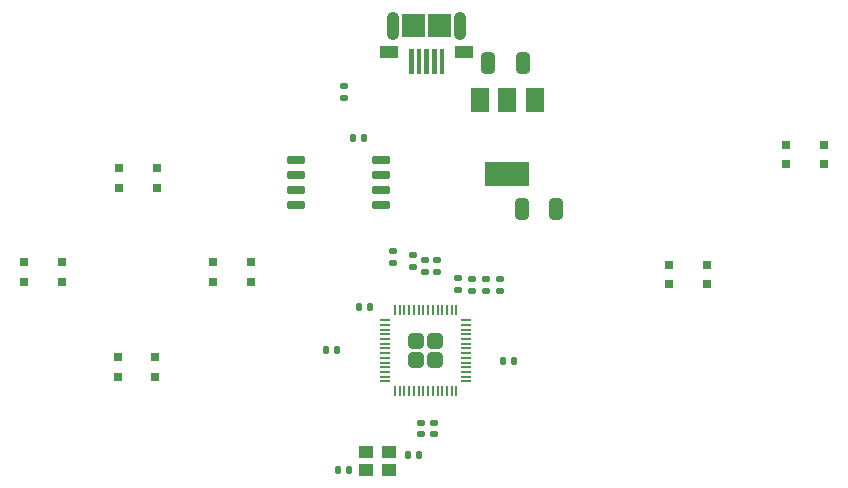
<source format=gtp>
%TF.GenerationSoftware,KiCad,Pcbnew,7.0.10*%
%TF.CreationDate,2024-02-26T14:54:02+00:00*%
%TF.ProjectId,rp2040_game_con,72703230-3430-45f6-9761-6d655f636f6e,rev?*%
%TF.SameCoordinates,Original*%
%TF.FileFunction,Paste,Top*%
%TF.FilePolarity,Positive*%
%FSLAX46Y46*%
G04 Gerber Fmt 4.6, Leading zero omitted, Abs format (unit mm)*
G04 Created by KiCad (PCBNEW 7.0.10) date 2024-02-26 14:54:02*
%MOMM*%
%LPD*%
G01*
G04 APERTURE LIST*
G04 Aperture macros list*
%AMRoundRect*
0 Rectangle with rounded corners*
0 $1 Rounding radius*
0 $2 $3 $4 $5 $6 $7 $8 $9 X,Y pos of 4 corners*
0 Add a 4 corners polygon primitive as box body*
4,1,4,$2,$3,$4,$5,$6,$7,$8,$9,$2,$3,0*
0 Add four circle primitives for the rounded corners*
1,1,$1+$1,$2,$3*
1,1,$1+$1,$4,$5*
1,1,$1+$1,$6,$7*
1,1,$1+$1,$8,$9*
0 Add four rect primitives between the rounded corners*
20,1,$1+$1,$2,$3,$4,$5,0*
20,1,$1+$1,$4,$5,$6,$7,0*
20,1,$1+$1,$6,$7,$8,$9,0*
20,1,$1+$1,$8,$9,$2,$3,0*%
G04 Aperture macros list end*
%ADD10RoundRect,0.140000X-0.140000X-0.170000X0.140000X-0.170000X0.140000X0.170000X-0.140000X0.170000X0*%
%ADD11RoundRect,0.250000X-0.325000X-0.650000X0.325000X-0.650000X0.325000X0.650000X-0.325000X0.650000X0*%
%ADD12RoundRect,0.135000X-0.185000X0.135000X-0.185000X-0.135000X0.185000X-0.135000X0.185000X0.135000X0*%
%ADD13RoundRect,0.140000X0.170000X-0.140000X0.170000X0.140000X-0.170000X0.140000X-0.170000X-0.140000X0*%
%ADD14RoundRect,0.249999X-0.395001X-0.395001X0.395001X-0.395001X0.395001X0.395001X-0.395001X0.395001X0*%
%ADD15RoundRect,0.050000X-0.387500X-0.050000X0.387500X-0.050000X0.387500X0.050000X-0.387500X0.050000X0*%
%ADD16RoundRect,0.050000X-0.050000X-0.387500X0.050000X-0.387500X0.050000X0.387500X-0.050000X0.387500X0*%
%ADD17R,0.700000X0.750000*%
%ADD18RoundRect,0.140000X0.140000X0.170000X-0.140000X0.170000X-0.140000X-0.170000X0.140000X-0.170000X0*%
%ADD19RoundRect,0.135000X0.185000X-0.135000X0.185000X0.135000X-0.185000X0.135000X-0.185000X-0.135000X0*%
%ADD20R,1.200000X1.100000*%
%ADD21RoundRect,0.150000X-0.650000X-0.150000X0.650000X-0.150000X0.650000X0.150000X-0.650000X0.150000X0*%
%ADD22R,0.400000X2.100000*%
%ADD23R,1.500000X1.000000*%
%ADD24O,1.100000X2.400000*%
%ADD25R,1.900000X1.900000*%
%ADD26RoundRect,0.140000X-0.170000X0.140000X-0.170000X-0.140000X0.170000X-0.140000X0.170000X0.140000X0*%
%ADD27R,1.500000X2.000000*%
%ADD28R,3.800000X2.000000*%
G04 APERTURE END LIST*
%TO.C,J2*%
G36*
X123405000Y-44650000D02*
G01*
X121905000Y-44650000D01*
X121905000Y-43650000D01*
X123405000Y-43650000D01*
X123405000Y-44650000D01*
G37*
G36*
X121505000Y-42850000D02*
G01*
X119605000Y-42850000D01*
X119605000Y-40950000D01*
X121505000Y-40950000D01*
X121505000Y-42850000D01*
G37*
G36*
X120955000Y-46000000D02*
G01*
X120555000Y-46000000D01*
X120555000Y-43900000D01*
X120955000Y-43900000D01*
X120955000Y-46000000D01*
G37*
G36*
X120305000Y-46000000D02*
G01*
X119905000Y-46000000D01*
X119905000Y-43900000D01*
X120305000Y-43900000D01*
X120305000Y-46000000D01*
G37*
G36*
X119655000Y-46000000D02*
G01*
X119255000Y-46000000D01*
X119255000Y-43900000D01*
X119655000Y-43900000D01*
X119655000Y-46000000D01*
G37*
G36*
X119305000Y-42850000D02*
G01*
X117405000Y-42850000D01*
X117405000Y-40950000D01*
X119305000Y-40950000D01*
X119305000Y-42850000D01*
G37*
G36*
X119005000Y-46000000D02*
G01*
X118605000Y-46000000D01*
X118605000Y-43900000D01*
X119005000Y-43900000D01*
X119005000Y-46000000D01*
G37*
G36*
X118355000Y-46000000D02*
G01*
X117955000Y-46000000D01*
X117955000Y-43900000D01*
X118355000Y-43900000D01*
X118355000Y-46000000D01*
G37*
G36*
X117005000Y-44650000D02*
G01*
X115505000Y-44650000D01*
X115505000Y-43650000D01*
X117005000Y-43650000D01*
X117005000Y-44650000D01*
G37*
%TD*%
D10*
%TO.C,C4*%
X111925000Y-79495000D03*
X112885000Y-79495000D03*
%TD*%
D11*
%TO.C,C3*%
X127500000Y-57470000D03*
X130450000Y-57470000D03*
%TD*%
D12*
%TO.C,R2*%
X119300000Y-61780000D03*
X119300000Y-62800000D03*
%TD*%
D13*
%TO.C,C9*%
X123305000Y-64345000D03*
X123305000Y-63385000D03*
%TD*%
D12*
%TO.C,R1*%
X112500000Y-46980000D03*
X112500000Y-48000000D03*
%TD*%
D14*
%TO.C,U3*%
X118585000Y-68632500D03*
X118585000Y-70232500D03*
X120185000Y-68632500D03*
X120185000Y-70232500D03*
D15*
X115947500Y-66832500D03*
X115947500Y-67232500D03*
X115947500Y-67632500D03*
X115947500Y-68032500D03*
X115947500Y-68432500D03*
X115947500Y-68832500D03*
X115947500Y-69232500D03*
X115947500Y-69632500D03*
X115947500Y-70032500D03*
X115947500Y-70432500D03*
X115947500Y-70832500D03*
X115947500Y-71232500D03*
X115947500Y-71632500D03*
X115947500Y-72032500D03*
D16*
X116785000Y-72870000D03*
X117185000Y-72870000D03*
X117585000Y-72870000D03*
X117985000Y-72870000D03*
X118385000Y-72870000D03*
X118785000Y-72870000D03*
X119185000Y-72870000D03*
X119585000Y-72870000D03*
X119985000Y-72870000D03*
X120385000Y-72870000D03*
X120785000Y-72870000D03*
X121185000Y-72870000D03*
X121585000Y-72870000D03*
X121985000Y-72870000D03*
D15*
X122822500Y-72032500D03*
X122822500Y-71632500D03*
X122822500Y-71232500D03*
X122822500Y-70832500D03*
X122822500Y-70432500D03*
X122822500Y-70032500D03*
X122822500Y-69632500D03*
X122822500Y-69232500D03*
X122822500Y-68832500D03*
X122822500Y-68432500D03*
X122822500Y-68032500D03*
X122822500Y-67632500D03*
X122822500Y-67232500D03*
X122822500Y-66832500D03*
D16*
X121985000Y-65995000D03*
X121585000Y-65995000D03*
X121185000Y-65995000D03*
X120785000Y-65995000D03*
X120385000Y-65995000D03*
X119985000Y-65995000D03*
X119585000Y-65995000D03*
X119185000Y-65995000D03*
X118785000Y-65995000D03*
X118385000Y-65995000D03*
X117985000Y-65995000D03*
X117585000Y-65995000D03*
X117185000Y-65995000D03*
X116785000Y-65995000D03*
%TD*%
D17*
%TO.C,U4*%
X93400000Y-53975000D03*
X96600000Y-53975000D03*
X93400000Y-55625000D03*
X96600000Y-55625000D03*
%TD*%
D13*
%TO.C,C7*%
X122075000Y-64255000D03*
X122075000Y-63295000D03*
%TD*%
D10*
%TO.C,C14*%
X125895000Y-70255000D03*
X126855000Y-70255000D03*
%TD*%
D18*
%TO.C,C5*%
X118825000Y-78215000D03*
X117865000Y-78215000D03*
%TD*%
D13*
%TO.C,C8*%
X116600000Y-61980000D03*
X116600000Y-61020000D03*
%TD*%
D19*
%TO.C,R3*%
X120300000Y-62800000D03*
X120300000Y-61780000D03*
%TD*%
D10*
%TO.C,C2*%
X113220000Y-51400000D03*
X114180000Y-51400000D03*
%TD*%
D13*
%TO.C,C11*%
X118300000Y-62300000D03*
X118300000Y-61340000D03*
%TD*%
D20*
%TO.C,Y1*%
X116245000Y-78015000D03*
X114345000Y-78015000D03*
X114345000Y-79515000D03*
X116245000Y-79515000D03*
%TD*%
D17*
%TO.C,U8*%
X140015000Y-62150000D03*
X143215000Y-62150000D03*
X140015000Y-63800000D03*
X143215000Y-63800000D03*
%TD*%
D21*
%TO.C,U1*%
X108390000Y-53295000D03*
X108390000Y-54565000D03*
X108390000Y-55835000D03*
X108390000Y-57105000D03*
X115590000Y-57105000D03*
X115590000Y-55835000D03*
X115590000Y-54565000D03*
X115590000Y-53295000D03*
%TD*%
D17*
%TO.C,U5*%
X101400000Y-61950000D03*
X104600000Y-61950000D03*
X101400000Y-63600000D03*
X104600000Y-63600000D03*
%TD*%
D18*
%TO.C,C10*%
X114695000Y-65725000D03*
X113735000Y-65725000D03*
%TD*%
D13*
%TO.C,C12*%
X125705000Y-64345000D03*
X125705000Y-63385000D03*
%TD*%
D17*
%TO.C,U9*%
X149900000Y-51975000D03*
X153100000Y-51975000D03*
X149900000Y-53625000D03*
X153100000Y-53625000D03*
%TD*%
%TO.C,U7*%
X93300000Y-69975000D03*
X96500000Y-69975000D03*
X93300000Y-71625000D03*
X96500000Y-71625000D03*
%TD*%
D18*
%TO.C,C15*%
X111875000Y-69400000D03*
X110915000Y-69400000D03*
%TD*%
D22*
%TO.C,J2*%
X120755000Y-44950000D03*
X120105000Y-44950000D03*
X119455000Y-44950000D03*
X118805000Y-44950000D03*
X118155000Y-44950000D03*
D23*
X122655000Y-44150000D03*
D24*
X122280000Y-41900000D03*
D25*
X120555000Y-41900000D03*
X118355000Y-41900000D03*
D24*
X116630000Y-41900000D03*
D23*
X116255000Y-44150000D03*
%TD*%
D11*
%TO.C,C1*%
X124685000Y-45080000D03*
X127635000Y-45080000D03*
%TD*%
D17*
%TO.C,U6*%
X85400000Y-61950000D03*
X88600000Y-61950000D03*
X85400000Y-63600000D03*
X88600000Y-63600000D03*
%TD*%
D26*
%TO.C,C16*%
X118975000Y-75515000D03*
X118975000Y-76475000D03*
%TD*%
D13*
%TO.C,C13*%
X124475000Y-64345000D03*
X124475000Y-63385000D03*
%TD*%
D27*
%TO.C,U2*%
X128600000Y-48160000D03*
X126300000Y-48160000D03*
X124000000Y-48160000D03*
D28*
X126300000Y-54460000D03*
%TD*%
D26*
%TO.C,C6*%
X120095000Y-75515000D03*
X120095000Y-76475000D03*
%TD*%
M02*

</source>
